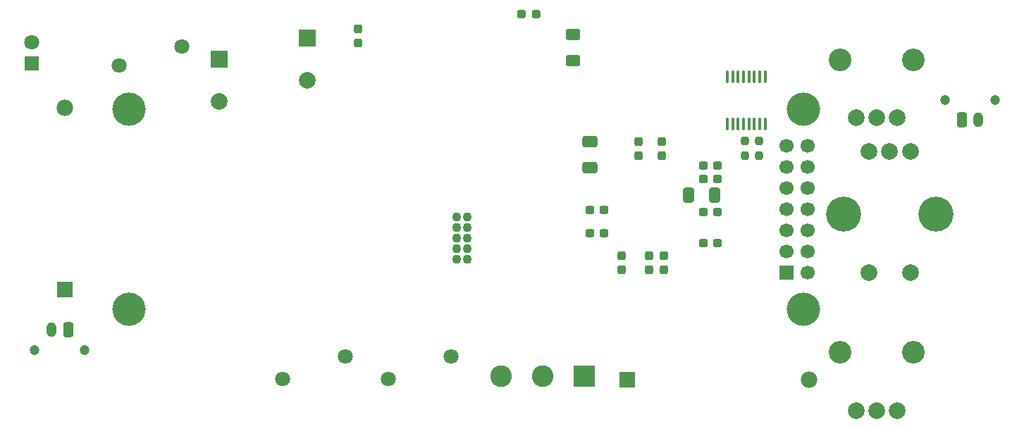
<source format=gbs>
%TF.GenerationSoftware,KiCad,Pcbnew,6.0.0-2.fc35*%
%TF.CreationDate,2022-01-11T17:09:13-08:00*%
%TF.ProjectId,Doorbell,446f6f72-6265-46c6-9c2e-6b696361645f,A*%
%TF.SameCoordinates,Original*%
%TF.FileFunction,Soldermask,Bot*%
%TF.FilePolarity,Negative*%
%FSLAX46Y46*%
G04 Gerber Fmt 4.6, Leading zero omitted, Abs format (unit mm)*
G04 Created by KiCad (PCBNEW 6.0.0-2.fc35) date 2022-01-11 17:09:13*
%MOMM*%
%LPD*%
G01*
G04 APERTURE LIST*
G04 Aperture macros list*
%AMRoundRect*
0 Rectangle with rounded corners*
0 $1 Rounding radius*
0 $2 $3 $4 $5 $6 $7 $8 $9 X,Y pos of 4 corners*
0 Add a 4 corners polygon primitive as box body*
4,1,4,$2,$3,$4,$5,$6,$7,$8,$9,$2,$3,0*
0 Add four circle primitives for the rounded corners*
1,1,$1+$1,$2,$3*
1,1,$1+$1,$4,$5*
1,1,$1+$1,$6,$7*
1,1,$1+$1,$8,$9*
0 Add four rect primitives between the rounded corners*
20,1,$1+$1,$2,$3,$4,$5,0*
20,1,$1+$1,$4,$5,$6,$7,0*
20,1,$1+$1,$6,$7,$8,$9,0*
20,1,$1+$1,$8,$9,$2,$3,0*%
G04 Aperture macros list end*
%ADD10R,1.800000X1.800000*%
%ADD11C,1.800000*%
%ADD12R,2.000000X2.000000*%
%ADD13C,2.000000*%
%ADD14RoundRect,0.237500X-0.237500X0.300000X-0.237500X-0.300000X0.237500X-0.300000X0.237500X0.300000X0*%
%ADD15RoundRect,0.237500X-0.287500X-0.237500X0.287500X-0.237500X0.287500X0.237500X-0.287500X0.237500X0*%
%ADD16R,2.600000X2.600000*%
%ADD17C,2.600000*%
%ADD18RoundRect,0.237500X0.237500X-0.250000X0.237500X0.250000X-0.237500X0.250000X-0.237500X-0.250000X0*%
%ADD19C,2.006600*%
%ADD20C,2.717800*%
%ADD21RoundRect,0.100000X-0.100000X0.637500X-0.100000X-0.637500X0.100000X-0.637500X0.100000X0.637500X0*%
%ADD22C,1.200000*%
%ADD23RoundRect,0.250000X0.350000X0.650000X-0.350000X0.650000X-0.350000X-0.650000X0.350000X-0.650000X0*%
%ADD24O,1.200000X1.800000*%
%ADD25R,1.980000X1.980000*%
%ADD26C,1.980000*%
%ADD27RoundRect,0.250000X-0.350000X-0.650000X0.350000X-0.650000X0.350000X0.650000X-0.350000X0.650000X0*%
%ADD28C,4.000000*%
%ADD29R,1.700000X1.700000*%
%ADD30C,1.700000*%
%ADD31C,4.200000*%
%ADD32RoundRect,0.237500X0.300000X0.237500X-0.300000X0.237500X-0.300000X-0.237500X0.300000X-0.237500X0*%
%ADD33RoundRect,0.237500X0.237500X-0.300000X0.237500X0.300000X-0.237500X0.300000X-0.237500X-0.300000X0*%
%ADD34RoundRect,0.237500X-0.300000X-0.237500X0.300000X-0.237500X0.300000X0.237500X-0.300000X0.237500X0*%
%ADD35RoundRect,0.250000X-0.412500X-0.650000X0.412500X-0.650000X0.412500X0.650000X-0.412500X0.650000X0*%
%ADD36C,1.100000*%
%ADD37RoundRect,0.250000X-0.650000X0.412500X-0.650000X-0.412500X0.650000X-0.412500X0.650000X0.412500X0*%
%ADD38RoundRect,0.250000X0.625000X-0.400000X0.625000X0.400000X-0.625000X0.400000X-0.625000X-0.400000X0*%
G04 APERTURE END LIST*
D10*
X92703623Y-82765000D03*
D11*
X92703623Y-80225000D03*
D12*
X125783623Y-79765000D03*
D13*
X125783623Y-84765000D03*
D12*
X115203623Y-82305000D03*
D13*
X115203623Y-87305000D03*
D14*
X168593623Y-105892500D03*
X168593623Y-107617500D03*
X131913623Y-78582500D03*
X131913623Y-80307500D03*
D15*
X151528623Y-76875000D03*
X153278623Y-76875000D03*
D16*
X159053623Y-120375000D03*
D17*
X154053623Y-120375000D03*
X149053623Y-120375000D03*
D18*
X178323623Y-93877500D03*
X178323623Y-92052500D03*
X180043623Y-93877500D03*
X180043623Y-92052500D03*
D11*
X103203623Y-83015000D03*
X110703623Y-80715000D03*
D19*
X196683623Y-124483000D03*
X194194423Y-124483000D03*
X191705223Y-124483000D03*
D20*
X198594623Y-117483000D03*
X189794223Y-117483000D03*
D21*
X176248623Y-84342500D03*
X176898623Y-84342500D03*
X177548623Y-84342500D03*
X178198623Y-84342500D03*
X178848623Y-84342500D03*
X179498623Y-84342500D03*
X180148623Y-84342500D03*
X180798623Y-84342500D03*
X180798623Y-90067500D03*
X180148623Y-90067500D03*
X179498623Y-90067500D03*
X178848623Y-90067500D03*
X178198623Y-90067500D03*
X177548623Y-90067500D03*
X176898623Y-90067500D03*
X176248623Y-90067500D03*
D22*
X99043623Y-117195000D03*
X93043623Y-117195000D03*
D23*
X97043623Y-114795000D03*
D24*
X95043623Y-114795000D03*
D25*
X96643623Y-109965000D03*
D26*
X96643623Y-88125000D03*
D25*
X164233623Y-120795000D03*
D26*
X186073623Y-120795000D03*
D22*
X208413623Y-87135000D03*
X202413623Y-87135000D03*
D27*
X204413623Y-89535000D03*
D24*
X206413623Y-89535000D03*
D28*
X185393623Y-88280000D03*
X104393623Y-112280000D03*
X185393623Y-112280000D03*
X104393623Y-88280000D03*
D29*
X183353623Y-107900000D03*
D30*
X185893623Y-107900000D03*
X183353623Y-105360000D03*
X185893623Y-105360000D03*
X183353623Y-102820000D03*
X185893623Y-102820000D03*
X183353623Y-100280000D03*
X185893623Y-100280000D03*
X183353623Y-97740000D03*
X185893623Y-97740000D03*
X183353623Y-95200000D03*
X185893623Y-95200000D03*
X183353623Y-92660000D03*
X185893623Y-92660000D03*
D19*
X196693623Y-89315000D03*
X194204423Y-89315000D03*
X191715223Y-89315000D03*
D20*
X198604623Y-82315000D03*
X189804223Y-82315000D03*
D11*
X135543623Y-120695000D03*
X143043623Y-117995000D03*
D13*
X193253623Y-107895000D03*
X198253623Y-107895000D03*
X193253623Y-93395000D03*
X198253623Y-93395000D03*
X195753623Y-93395000D03*
D31*
X190203623Y-100895000D03*
X201303623Y-100895000D03*
D11*
X122843623Y-120695000D03*
X130343623Y-117995000D03*
D32*
X175066123Y-95015000D03*
X173341123Y-95015000D03*
D33*
X165593623Y-93897500D03*
X165593623Y-92172500D03*
D34*
X159723623Y-100405000D03*
X161448623Y-100405000D03*
D32*
X175066123Y-100595000D03*
X173341123Y-100595000D03*
D33*
X163588623Y-107617500D03*
X163588623Y-105892500D03*
D35*
X171611123Y-98625000D03*
X174736123Y-98625000D03*
D33*
X166873623Y-107617500D03*
X166873623Y-105892500D03*
D34*
X173341123Y-96655000D03*
X175066123Y-96655000D03*
D36*
X143733623Y-106305000D03*
X145003623Y-106305000D03*
X143733623Y-105035000D03*
X145003623Y-105035000D03*
X143733623Y-103765000D03*
X145003623Y-103765000D03*
X143733623Y-102495000D03*
X145003623Y-102495000D03*
X143733623Y-101225000D03*
X145003623Y-101225000D03*
D14*
X168343624Y-92172500D03*
X168343624Y-93897500D03*
D32*
X175066123Y-104395001D03*
X173341123Y-104395001D03*
D34*
X159723623Y-103145000D03*
X161448623Y-103145000D03*
D37*
X159713623Y-92172500D03*
X159713623Y-95297500D03*
D38*
X157733623Y-82435000D03*
X157733623Y-79335000D03*
M02*

</source>
